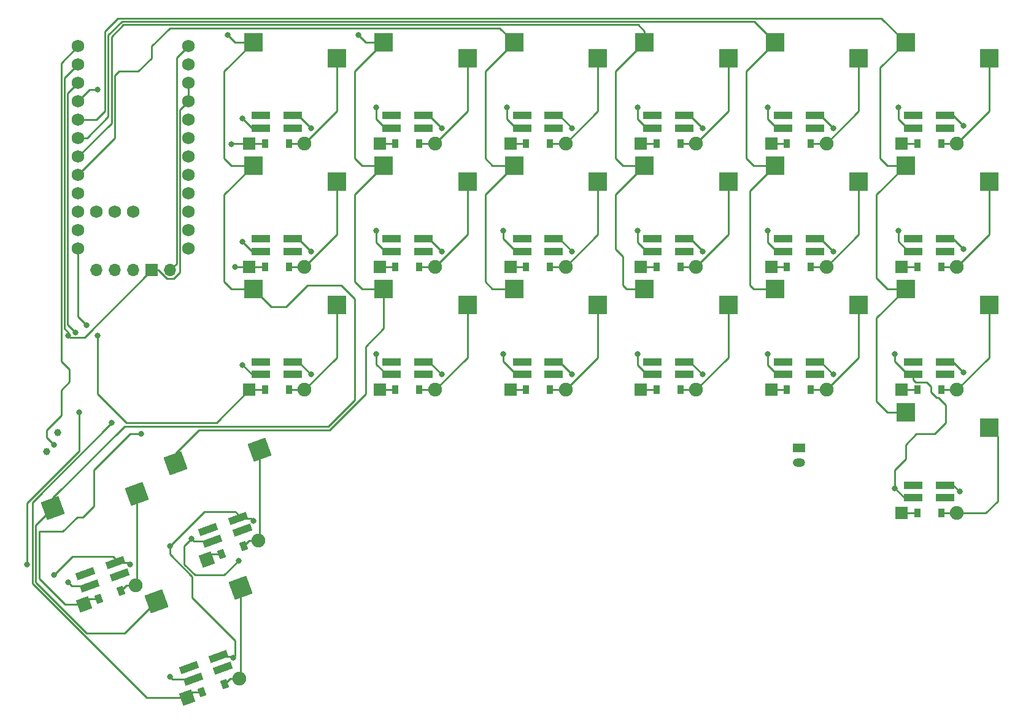
<source format=gbr>
%TF.GenerationSoftware,KiCad,Pcbnew,8.0.5*%
%TF.CreationDate,2024-09-15T18:22:06-04:00*%
%TF.ProjectId,theguy2,74686567-7579-4322-9e6b-696361645f70,v1.0.0*%
%TF.SameCoordinates,Original*%
%TF.FileFunction,Copper,L2,Bot*%
%TF.FilePolarity,Positive*%
%FSLAX46Y46*%
G04 Gerber Fmt 4.6, Leading zero omitted, Abs format (unit mm)*
G04 Created by KiCad (PCBNEW 8.0.5) date 2024-09-15 18:22:06*
%MOMM*%
%LPD*%
G01*
G04 APERTURE LIST*
G04 Aperture macros list*
%AMRotRect*
0 Rectangle, with rotation*
0 The origin of the aperture is its center*
0 $1 length*
0 $2 width*
0 $3 Rotation angle, in degrees counterclockwise*
0 Add horizontal line*
21,1,$1,$2,0,0,$3*%
G04 Aperture macros list end*
%TA.AperFunction,WasherPad*%
%ADD10C,1.000000*%
%TD*%
%TA.AperFunction,SMDPad,CuDef*%
%ADD11R,2.600000X1.000000*%
%TD*%
%TA.AperFunction,SMDPad,CuDef*%
%ADD12R,2.600000X2.600000*%
%TD*%
%TA.AperFunction,ComponentPad*%
%ADD13C,1.752600*%
%TD*%
%TA.AperFunction,ComponentPad*%
%ADD14R,1.778000X1.778000*%
%TD*%
%TA.AperFunction,SMDPad,CuDef*%
%ADD15R,0.900000X1.200000*%
%TD*%
%TA.AperFunction,ComponentPad*%
%ADD16C,1.905000*%
%TD*%
%TA.AperFunction,SMDPad,CuDef*%
%ADD17RotRect,2.600000X2.600000X20.000000*%
%TD*%
%TA.AperFunction,ComponentPad*%
%ADD18RotRect,1.778000X1.778000X20.000000*%
%TD*%
%TA.AperFunction,SMDPad,CuDef*%
%ADD19RotRect,0.900000X1.200000X20.000000*%
%TD*%
%TA.AperFunction,ComponentPad*%
%ADD20R,1.700000X1.200000*%
%TD*%
%TA.AperFunction,ComponentPad*%
%ADD21O,1.700000X1.200000*%
%TD*%
%TA.AperFunction,ComponentPad*%
%ADD22O,1.700000X1.700000*%
%TD*%
%TA.AperFunction,ComponentPad*%
%ADD23R,1.700000X1.700000*%
%TD*%
%TA.AperFunction,SMDPad,CuDef*%
%ADD24RotRect,2.600000X1.000000X20.000000*%
%TD*%
%TA.AperFunction,ViaPad*%
%ADD25C,0.800000*%
%TD*%
%TA.AperFunction,Conductor*%
%ADD26C,0.250000*%
%TD*%
G04 APERTURE END LIST*
D10*
%TO.P,T1,*%
%TO.N,*%
X177025000Y-105449038D03*
X178525000Y-102850962D03*
%TD*%
D11*
%TO.P,LED4,1*%
%TO.N,VCC*%
X296575000Y-111825000D03*
%TO.P,LED4,2*%
%TO.N,N/C*%
X296575000Y-110075000D03*
%TO.P,LED4,3*%
%TO.N,GND*%
X300975000Y-110075000D03*
%TO.P,LED4,4*%
%TO.N,N/C*%
X300975000Y-111825000D03*
%TD*%
%TO.P,LED8,1*%
%TO.N,VCC*%
X278575000Y-94825000D03*
%TO.P,LED8,2*%
%TO.N,N/C*%
X278575000Y-93075000D03*
%TO.P,LED8,3*%
%TO.N,GND*%
X282975000Y-93075000D03*
%TO.P,LED8,4*%
%TO.N,N/C*%
X282975000Y-94825000D03*
%TD*%
D12*
%TO.P,S17,1*%
%TO.N,P113*%
X223500000Y-83000000D03*
%TO.P,S17,2*%
%TO.N,mirror_index_bottom*%
X235050000Y-85200000D03*
%TD*%
%TO.P,S14,1*%
%TO.N,P115*%
X241500000Y-83000000D03*
%TO.P,S14,2*%
%TO.N,mirror_middle_bottom*%
X253050000Y-85200000D03*
%TD*%
D13*
%TO.P,MCU1,1*%
%TO.N,P006*%
X196595000Y-49480000D03*
%TO.P,MCU1,2*%
%TO.N,P008*%
X196595000Y-52020000D03*
%TO.P,MCU1,3*%
%TO.N,GND*%
X196595000Y-54560000D03*
%TO.P,MCU1,4*%
X196595000Y-57100000D03*
%TO.P,MCU1,5*%
%TO.N,P017*%
X196595000Y-59640000D03*
%TO.P,MCU1,6*%
%TO.N,P020*%
X196595000Y-62180000D03*
%TO.P,MCU1,7*%
%TO.N,P022*%
X196595000Y-64720000D03*
%TO.P,MCU1,8*%
%TO.N,P024*%
X196595000Y-67260000D03*
%TO.P,MCU1,9*%
%TO.N,P100*%
X196595000Y-69800000D03*
%TO.P,MCU1,10*%
%TO.N,P011*%
X196595000Y-72340000D03*
%TO.P,MCU1,11*%
%TO.N,P104*%
X196595000Y-74880000D03*
%TO.P,MCU1,12*%
%TO.N,P106*%
X196595000Y-77420000D03*
%TO.P,MCU1,13*%
%TO.N,P009*%
X181355000Y-77420000D03*
%TO.P,MCU1,14*%
%TO.N,P010*%
X181355000Y-74880000D03*
%TO.P,MCU1,15*%
%TO.N,P111*%
X181355000Y-72340000D03*
%TO.P,MCU1,16*%
%TO.N,P113*%
X181355000Y-69800000D03*
%TO.P,MCU1,17*%
%TO.N,P115*%
X181355000Y-67260000D03*
%TO.P,MCU1,18*%
%TO.N,P002*%
X181355000Y-64720000D03*
%TO.P,MCU1,19*%
%TO.N,P029*%
X181355000Y-62180000D03*
%TO.P,MCU1,20*%
%TO.N,P031*%
X181355000Y-59640000D03*
%TO.P,MCU1,21*%
%TO.N,VCC*%
X181355000Y-57100000D03*
%TO.P,MCU1,22*%
%TO.N,RST*%
X181355000Y-54560000D03*
%TO.P,MCU1,23*%
%TO.N,GND*%
X181355000Y-52020000D03*
%TO.P,MCU1,24*%
%TO.N,RAW*%
X181355000Y-49480000D03*
%TO.P,MCU1,31*%
%TO.N,P101*%
X183895000Y-72340000D03*
%TO.P,MCU1,32*%
%TO.N,P102*%
X186435000Y-72340000D03*
%TO.P,MCU1,33*%
%TO.N,P107*%
X188975000Y-72340000D03*
%TD*%
D11*
%TO.P,LED17,1*%
%TO.N,VCC*%
X224575000Y-94825000D03*
%TO.P,LED17,2*%
%TO.N,N/C*%
X224575000Y-93075000D03*
%TO.P,LED17,3*%
%TO.N,GND*%
X228975000Y-93075000D03*
%TO.P,LED17,4*%
%TO.N,N/C*%
X228975000Y-94825000D03*
%TD*%
D14*
%TO.P,D6,1*%
%TO.N,P106*%
X294965000Y-79950000D03*
D15*
X297125000Y-79950000D03*
%TO.P,D6,2*%
%TO.N,mirror_hell_home*%
X300425000Y-79950000D03*
D16*
X302585000Y-79950000D03*
%TD*%
D11*
%TO.P,LED6,1*%
%TO.N,VCC*%
X296575000Y-77825000D03*
%TO.P,LED6,2*%
%TO.N,N/C*%
X296575000Y-76075000D03*
%TO.P,LED6,3*%
%TO.N,GND*%
X300975000Y-76075000D03*
%TO.P,LED6,4*%
%TO.N,N/C*%
X300975000Y-77825000D03*
%TD*%
D12*
%TO.P,S11,1*%
%TO.N,P002*%
X259500000Y-83000000D03*
%TO.P,S11,2*%
%TO.N,mirror_ring_bottom*%
X271050000Y-85200000D03*
%TD*%
%TO.P,S13,1*%
%TO.N,P002*%
X259500000Y-49000000D03*
%TO.P,S13,2*%
%TO.N,mirror_ring_top*%
X271050000Y-51200000D03*
%TD*%
D11*
%TO.P,LED10,1*%
%TO.N,VCC*%
X278575000Y-60825000D03*
%TO.P,LED10,2*%
%TO.N,N/C*%
X278575000Y-59075000D03*
%TO.P,LED10,3*%
%TO.N,GND*%
X282975000Y-59075000D03*
%TO.P,LED10,4*%
%TO.N,N/C*%
X282975000Y-60825000D03*
%TD*%
%TO.P,LED5,1*%
%TO.N,VCC*%
X296575000Y-94825000D03*
%TO.P,LED5,2*%
%TO.N,N/C*%
X296575000Y-93075000D03*
%TO.P,LED5,3*%
%TO.N,GND*%
X300975000Y-93075000D03*
%TO.P,LED5,4*%
%TO.N,N/C*%
X300975000Y-94825000D03*
%TD*%
D14*
%TO.P,D11,1*%
%TO.N,P009*%
X258965000Y-96950000D03*
D15*
X261125000Y-96950000D03*
%TO.P,D11,2*%
%TO.N,mirror_ring_bottom*%
X264425000Y-96950000D03*
D16*
X266585000Y-96950000D03*
%TD*%
D11*
%TO.P,LED15,1*%
%TO.N,VCC*%
X242575000Y-77825000D03*
%TO.P,LED15,2*%
%TO.N,N/C*%
X242575000Y-76075000D03*
%TO.P,LED15,3*%
%TO.N,GND*%
X246975000Y-76075000D03*
%TO.P,LED15,4*%
%TO.N,N/C*%
X246975000Y-77825000D03*
%TD*%
D14*
%TO.P,D7,1*%
%TO.N,P104*%
X294965000Y-62950000D03*
D15*
X297125000Y-62950000D03*
%TO.P,D7,2*%
%TO.N,mirror_hell_top*%
X300425000Y-62950000D03*
D16*
X302585000Y-62950000D03*
%TD*%
D17*
%TO.P,S23,1*%
%TO.N,P113*%
X194790979Y-107070992D03*
%TO.P,S23,2*%
%TO.N,mirror_layer_cluster*%
X206396873Y-105187983D03*
%TD*%
D14*
%TO.P,D12,1*%
%TO.N,P106*%
X258965000Y-79950000D03*
D15*
X261125000Y-79950000D03*
%TO.P,D12,2*%
%TO.N,mirror_ring_home*%
X264425000Y-79950000D03*
D16*
X266585000Y-79950000D03*
%TD*%
D11*
%TO.P,LED14,1*%
%TO.N,VCC*%
X242575000Y-94825000D03*
%TO.P,LED14,2*%
%TO.N,N/C*%
X242575000Y-93075000D03*
%TO.P,LED14,3*%
%TO.N,GND*%
X246975000Y-93075000D03*
%TO.P,LED14,4*%
%TO.N,N/C*%
X246975000Y-94825000D03*
%TD*%
D14*
%TO.P,D8,1*%
%TO.N,P009*%
X276965000Y-96950000D03*
D15*
X279125000Y-96950000D03*
%TO.P,D8,2*%
%TO.N,mirror_pinky_bottom*%
X282425000Y-96950000D03*
D16*
X284585000Y-96950000D03*
%TD*%
D14*
%TO.P,D13,1*%
%TO.N,P104*%
X258965000Y-62950000D03*
D15*
X261125000Y-62950000D03*
%TO.P,D13,2*%
%TO.N,mirror_ring_top*%
X264425000Y-62950000D03*
D16*
X266585000Y-62950000D03*
%TD*%
D14*
%TO.P,D19,1*%
%TO.N,P104*%
X222965000Y-62950000D03*
D15*
X225125000Y-62950000D03*
%TO.P,D19,2*%
%TO.N,mirror_index_top*%
X228425000Y-62950000D03*
D16*
X230585000Y-62950000D03*
%TD*%
D11*
%TO.P,LED18,1*%
%TO.N,VCC*%
X224575000Y-77825000D03*
%TO.P,LED18,2*%
%TO.N,N/C*%
X224575000Y-76075000D03*
%TO.P,LED18,3*%
%TO.N,GND*%
X228975000Y-76075000D03*
%TO.P,LED18,4*%
%TO.N,N/C*%
X228975000Y-77825000D03*
%TD*%
D12*
%TO.P,S15,1*%
%TO.N,P115*%
X241500000Y-66000000D03*
%TO.P,S15,2*%
%TO.N,mirror_middle_home*%
X253050000Y-68200000D03*
%TD*%
D14*
%TO.P,D17,1*%
%TO.N,P009*%
X222965000Y-96950000D03*
D15*
X225125000Y-96950000D03*
%TO.P,D17,2*%
%TO.N,mirror_index_bottom*%
X228425000Y-96950000D03*
D16*
X230585000Y-96950000D03*
%TD*%
D11*
%TO.P,LED21,1*%
%TO.N,VCC*%
X206575000Y-77825000D03*
%TO.P,LED21,2*%
%TO.N,N/C*%
X206575000Y-76075000D03*
%TO.P,LED21,3*%
%TO.N,GND*%
X210975000Y-76075000D03*
%TO.P,LED21,4*%
%TO.N,N/C*%
X210975000Y-77825000D03*
%TD*%
D14*
%TO.P,D5,1*%
%TO.N,P009*%
X294965000Y-96950000D03*
D15*
X297125000Y-96950000D03*
%TO.P,D5,2*%
%TO.N,mirror_hell_bottom*%
X300425000Y-96950000D03*
D16*
X302585000Y-96950000D03*
%TD*%
D12*
%TO.P,S20,1*%
%TO.N,P111*%
X205500000Y-83000000D03*
%TO.P,S20,2*%
%TO.N,mirror_inner_bottom*%
X217050000Y-85200000D03*
%TD*%
D14*
%TO.P,D20,1*%
%TO.N,P009*%
X204965000Y-96950000D03*
D15*
X207125000Y-96950000D03*
%TO.P,D20,2*%
%TO.N,mirror_inner_bottom*%
X210425000Y-96950000D03*
D16*
X212585000Y-96950000D03*
%TD*%
D11*
%TO.P,LED19,1*%
%TO.N,VCC*%
X224575000Y-60825000D03*
%TO.P,LED19,2*%
%TO.N,N/C*%
X224575000Y-59075000D03*
%TO.P,LED19,3*%
%TO.N,GND*%
X228975000Y-59075000D03*
%TO.P,LED19,4*%
%TO.N,N/C*%
X228975000Y-60825000D03*
%TD*%
D14*
%TO.P,D10,1*%
%TO.N,P104*%
X276965000Y-62950000D03*
D15*
X279125000Y-62950000D03*
%TO.P,D10,2*%
%TO.N,mirror_pinky_top*%
X282425000Y-62950000D03*
D16*
X284585000Y-62950000D03*
%TD*%
D12*
%TO.P,S16,1*%
%TO.N,P115*%
X241500000Y-49000000D03*
%TO.P,S16,2*%
%TO.N,mirror_middle_top*%
X253050000Y-51200000D03*
%TD*%
D18*
%TO.P,D25,1*%
%TO.N,P011*%
X196416533Y-139415640D03*
D19*
X198446269Y-138676876D03*
%TO.P,D25,2*%
%TO.N,mirror_extra_cluster*%
X201547255Y-137548210D03*
D16*
X203576991Y-136809446D03*
%TD*%
D17*
%TO.P,S24,1*%
%TO.N,P111*%
X177876512Y-113227354D03*
%TO.P,S24,2*%
%TO.N,mirror_space_cluster*%
X189482406Y-111344345D03*
%TD*%
D11*
%TO.P,LED9,1*%
%TO.N,VCC*%
X278575000Y-77825000D03*
%TO.P,LED9,2*%
%TO.N,N/C*%
X278575000Y-76075000D03*
%TO.P,LED9,3*%
%TO.N,GND*%
X282975000Y-76075000D03*
%TO.P,LED9,4*%
%TO.N,N/C*%
X282975000Y-77825000D03*
%TD*%
D20*
%TO.P,JST1,1*%
%TO.N,pos*%
X280775000Y-104950000D03*
D21*
%TO.P,JST1,2*%
%TO.N,GND*%
X280775000Y-106950000D03*
%TD*%
D12*
%TO.P,S8,1*%
%TO.N,P029*%
X277500000Y-83000000D03*
%TO.P,S8,2*%
%TO.N,mirror_pinky_bottom*%
X289050000Y-85200000D03*
%TD*%
D11*
%TO.P,LED22,1*%
%TO.N,VCC*%
X206575000Y-60825000D03*
%TO.P,LED22,2*%
%TO.N,N/C*%
X206575000Y-59075000D03*
%TO.P,LED22,3*%
%TO.N,GND*%
X210975000Y-59075000D03*
%TO.P,LED22,4*%
%TO.N,N/C*%
X210975000Y-60825000D03*
%TD*%
D12*
%TO.P,S7,1*%
%TO.N,P031*%
X295500000Y-49000000D03*
%TO.P,S7,2*%
%TO.N,mirror_hell_top*%
X307050000Y-51200000D03*
%TD*%
D14*
%TO.P,D4,1*%
%TO.N,P010*%
X294965000Y-113950000D03*
D15*
X297125000Y-113950000D03*
%TO.P,D4,2*%
%TO.N,mirror_hell_last*%
X300425000Y-113950000D03*
D16*
X302585000Y-113950000D03*
%TD*%
D12*
%TO.P,S21,1*%
%TO.N,P111*%
X205500000Y-66000000D03*
%TO.P,S21,2*%
%TO.N,mirror_inner_home*%
X217050000Y-68200000D03*
%TD*%
D14*
%TO.P,D15,1*%
%TO.N,P106*%
X240965000Y-79950000D03*
D15*
X243125000Y-79950000D03*
%TO.P,D15,2*%
%TO.N,mirror_middle_home*%
X246425000Y-79950000D03*
D16*
X248585000Y-79950000D03*
%TD*%
D17*
%TO.P,S25,1*%
%TO.N,P111*%
X192148088Y-126123947D03*
%TO.P,S25,2*%
%TO.N,mirror_extra_cluster*%
X203753982Y-124240938D03*
%TD*%
D12*
%TO.P,S6,1*%
%TO.N,P031*%
X295500000Y-66000000D03*
%TO.P,S6,2*%
%TO.N,mirror_hell_home*%
X307050000Y-68200000D03*
%TD*%
D14*
%TO.P,D18,1*%
%TO.N,P106*%
X222965000Y-79950000D03*
D15*
X225125000Y-79950000D03*
%TO.P,D18,2*%
%TO.N,mirror_index_home*%
X228425000Y-79950000D03*
D16*
X230585000Y-79950000D03*
%TD*%
D14*
%TO.P,D21,1*%
%TO.N,P106*%
X204965000Y-79950000D03*
D15*
X207125000Y-79950000D03*
%TO.P,D21,2*%
%TO.N,mirror_inner_home*%
X210425000Y-79950000D03*
D16*
X212585000Y-79950000D03*
%TD*%
D12*
%TO.P,S10,1*%
%TO.N,P029*%
X277500000Y-49000000D03*
%TO.P,S10,2*%
%TO.N,mirror_pinky_top*%
X289050000Y-51200000D03*
%TD*%
%TO.P,S5,1*%
%TO.N,P031*%
X295500000Y-83000000D03*
%TO.P,S5,2*%
%TO.N,mirror_hell_bottom*%
X307050000Y-85200000D03*
%TD*%
D18*
%TO.P,D23,1*%
%TO.N,P010*%
X199059424Y-120362684D03*
D19*
X201089160Y-119623920D03*
%TO.P,D23,2*%
%TO.N,mirror_layer_cluster*%
X204190146Y-118495254D03*
D16*
X206219882Y-117756490D03*
%TD*%
D11*
%TO.P,LED13,1*%
%TO.N,VCC*%
X260575000Y-60825000D03*
%TO.P,LED13,2*%
%TO.N,N/C*%
X260575000Y-59075000D03*
%TO.P,LED13,3*%
%TO.N,GND*%
X264975000Y-59075000D03*
%TO.P,LED13,4*%
%TO.N,N/C*%
X264975000Y-60825000D03*
%TD*%
D22*
%TO.P,niceView1,1*%
%TO.N,P006*%
X194055000Y-80425000D03*
D23*
%TO.P,niceView1,2*%
%TO.N,GND*%
X191515000Y-80425000D03*
D22*
%TO.P,niceView1,3*%
%TO.N,VCC*%
X188975000Y-80425000D03*
%TO.P,niceView1,4*%
%TO.N,P020*%
X186435000Y-80425000D03*
%TO.P,niceView1,5*%
%TO.N,P017*%
X183895000Y-80425000D03*
%TD*%
D14*
%TO.P,D14,1*%
%TO.N,P009*%
X240965000Y-96950000D03*
D15*
X243125000Y-96950000D03*
%TO.P,D14,2*%
%TO.N,mirror_middle_bottom*%
X246425000Y-96950000D03*
D16*
X248585000Y-96950000D03*
%TD*%
D14*
%TO.P,D16,1*%
%TO.N,P104*%
X240965000Y-62950000D03*
D15*
X243125000Y-62950000D03*
%TO.P,D16,2*%
%TO.N,mirror_middle_top*%
X246425000Y-62950000D03*
D16*
X248585000Y-62950000D03*
%TD*%
D11*
%TO.P,LED11,1*%
%TO.N,VCC*%
X260575000Y-94825000D03*
%TO.P,LED11,2*%
%TO.N,N/C*%
X260575000Y-93075000D03*
%TO.P,LED11,3*%
%TO.N,GND*%
X264975000Y-93075000D03*
%TO.P,LED11,4*%
%TO.N,N/C*%
X264975000Y-94825000D03*
%TD*%
D24*
%TO.P,LED24,1*%
%TO.N,VCC*%
X182931070Y-123971547D03*
%TO.P,LED24,2*%
%TO.N,N/C*%
X182332535Y-122327085D03*
%TO.P,LED24,3*%
%TO.N,GND*%
X186467182Y-120822197D03*
%TO.P,LED24,4*%
%TO.N,N/C*%
X187065717Y-122466659D03*
%TD*%
D12*
%TO.P,S22,1*%
%TO.N,P111*%
X205500000Y-49000000D03*
%TO.P,S22,2*%
%TO.N,mirror_inner_top*%
X217050000Y-51200000D03*
%TD*%
D24*
%TO.P,LED23,1*%
%TO.N,VCC*%
X199845537Y-117815185D03*
%TO.P,LED23,2*%
%TO.N,N/C*%
X199247002Y-116170723D03*
%TO.P,LED23,3*%
%TO.N,GND*%
X203381649Y-114665835D03*
%TO.P,LED23,4*%
%TO.N,N/C*%
X203980184Y-116310297D03*
%TD*%
D11*
%TO.P,LED12,1*%
%TO.N,VCC*%
X260575000Y-77825000D03*
%TO.P,LED12,2*%
%TO.N,N/C*%
X260575000Y-76075000D03*
%TO.P,LED12,3*%
%TO.N,GND*%
X264975000Y-76075000D03*
%TO.P,LED12,4*%
%TO.N,N/C*%
X264975000Y-77825000D03*
%TD*%
%TO.P,LED20,1*%
%TO.N,VCC*%
X206575000Y-94825000D03*
%TO.P,LED20,2*%
%TO.N,N/C*%
X206575000Y-93075000D03*
%TO.P,LED20,3*%
%TO.N,GND*%
X210975000Y-93075000D03*
%TO.P,LED20,4*%
%TO.N,N/C*%
X210975000Y-94825000D03*
%TD*%
D12*
%TO.P,S18,1*%
%TO.N,P113*%
X223500000Y-66000000D03*
%TO.P,S18,2*%
%TO.N,mirror_index_home*%
X235050000Y-68200000D03*
%TD*%
%TO.P,S4,1*%
%TO.N,P031*%
X295500000Y-100000000D03*
%TO.P,S4,2*%
%TO.N,mirror_hell_last*%
X307050000Y-102200000D03*
%TD*%
D14*
%TO.P,D22,1*%
%TO.N,P104*%
X204965000Y-62950000D03*
D15*
X207125000Y-62950000D03*
%TO.P,D22,2*%
%TO.N,mirror_inner_top*%
X210425000Y-62950000D03*
D16*
X212585000Y-62950000D03*
%TD*%
D24*
%TO.P,LED25,1*%
%TO.N,VCC*%
X197202646Y-136868140D03*
%TO.P,LED25,2*%
%TO.N,N/C*%
X196604111Y-135223678D03*
%TO.P,LED25,3*%
%TO.N,GND*%
X200738758Y-133718790D03*
%TO.P,LED25,4*%
%TO.N,N/C*%
X201337293Y-135363252D03*
%TD*%
D18*
%TO.P,D24,1*%
%TO.N,P010*%
X182144957Y-126519047D03*
D19*
X184174693Y-125780283D03*
%TO.P,D24,2*%
%TO.N,mirror_space_cluster*%
X187275679Y-124651617D03*
D16*
X189305415Y-123912853D03*
%TD*%
D11*
%TO.P,LED7,1*%
%TO.N,VCC*%
X296575000Y-60825000D03*
%TO.P,LED7,2*%
%TO.N,N/C*%
X296575000Y-59075000D03*
%TO.P,LED7,3*%
%TO.N,GND*%
X300975000Y-59075000D03*
%TO.P,LED7,4*%
%TO.N,N/C*%
X300975000Y-60825000D03*
%TD*%
D12*
%TO.P,S9,1*%
%TO.N,P029*%
X277500000Y-66000000D03*
%TO.P,S9,2*%
%TO.N,mirror_pinky_home*%
X289050000Y-68200000D03*
%TD*%
D14*
%TO.P,D9,1*%
%TO.N,P106*%
X276965000Y-79950000D03*
D15*
X279125000Y-79950000D03*
%TO.P,D9,2*%
%TO.N,mirror_pinky_home*%
X282425000Y-79950000D03*
D16*
X284585000Y-79950000D03*
%TD*%
D11*
%TO.P,LED16,1*%
%TO.N,VCC*%
X242575000Y-60825000D03*
%TO.P,LED16,2*%
%TO.N,N/C*%
X242575000Y-59075000D03*
%TO.P,LED16,3*%
%TO.N,GND*%
X246975000Y-59075000D03*
%TO.P,LED16,4*%
%TO.N,N/C*%
X246975000Y-60825000D03*
%TD*%
D12*
%TO.P,S12,1*%
%TO.N,P002*%
X259500000Y-66000000D03*
%TO.P,S12,2*%
%TO.N,mirror_ring_home*%
X271050000Y-68200000D03*
%TD*%
%TO.P,S19,1*%
%TO.N,P113*%
X223500000Y-49000000D03*
%TO.P,S19,2*%
%TO.N,mirror_index_top*%
X235050000Y-51200000D03*
%TD*%
D25*
%TO.N,P113*%
X220000000Y-48000000D03*
%TO.N,P111*%
X202000000Y-48000000D03*
%TO.N,VCC*%
X276500000Y-75000000D03*
X184000000Y-55500000D03*
X204000000Y-59500000D03*
X222500000Y-75000000D03*
X294500000Y-75000000D03*
X203500000Y-120500000D03*
X258500000Y-58000000D03*
X294500000Y-58000000D03*
X294000000Y-110500000D03*
X194000000Y-136500000D03*
X204000000Y-93500000D03*
X276500000Y-92000000D03*
X258500000Y-75000000D03*
X197000000Y-117500000D03*
X180000000Y-123500000D03*
X222500000Y-92000000D03*
X204000000Y-76500000D03*
X240000000Y-92000000D03*
X240500000Y-58000000D03*
X294000000Y-92000000D03*
X276500000Y-58000000D03*
X240000000Y-75000000D03*
X222500000Y-58000000D03*
X258500000Y-92000000D03*
%TO.N,GND*%
X231500000Y-94825000D03*
X303500000Y-77500000D03*
X285500000Y-94825000D03*
X181500000Y-100000000D03*
X303500000Y-94500000D03*
X267500000Y-94825000D03*
X178000000Y-122500000D03*
X231500000Y-60825000D03*
X188500000Y-121000000D03*
X205500000Y-115000000D03*
X213500000Y-94825000D03*
X213500000Y-77825000D03*
X267500000Y-77825000D03*
X303500000Y-60500000D03*
X213500000Y-60825000D03*
X285500000Y-77825000D03*
X249500000Y-60825000D03*
X180000000Y-89500000D03*
X194000000Y-118500000D03*
X174325000Y-121000000D03*
X249500000Y-77825000D03*
X267500000Y-60825000D03*
X285500000Y-60825000D03*
X303000000Y-111000000D03*
X249500000Y-94825000D03*
X202715521Y-133946133D03*
X231500000Y-77825000D03*
%TO.N,P010*%
X190000000Y-103000000D03*
%TO.N,P011*%
X186000000Y-101500000D03*
%TO.N,P009*%
X184000000Y-89500000D03*
X182512653Y-87987347D03*
%TO.N,P106*%
X203000000Y-80000000D03*
%TO.N,P104*%
X202500000Y-63000000D03*
%TO.N,RAW*%
X178000000Y-104500000D03*
%TO.N,RST*%
X181000000Y-89000000D03*
%TD*%
D26*
%TO.N,P113*%
X221000000Y-90958684D02*
X223500000Y-88458684D01*
X194790979Y-105687561D02*
X197978540Y-102500000D01*
X219500000Y-82000000D02*
X220500000Y-83000000D01*
X219500000Y-53000000D02*
X219500000Y-65000000D01*
X219500000Y-65000000D02*
X220500000Y-66000000D01*
X223500000Y-49000000D02*
X219500000Y-53000000D01*
X220500000Y-66000000D02*
X223500000Y-66000000D01*
X223500000Y-66000000D02*
X219500000Y-70000000D01*
X221000000Y-97500000D02*
X221000000Y-90958684D01*
X194790979Y-107070992D02*
X194790979Y-105687561D01*
X216000000Y-102500000D02*
X221000000Y-97500000D01*
X220500000Y-83000000D02*
X223500000Y-83000000D01*
X223500000Y-88458684D02*
X223500000Y-83000000D01*
X197978540Y-102500000D02*
X216000000Y-102500000D01*
X221000000Y-49000000D02*
X223500000Y-49000000D01*
X219500000Y-70000000D02*
X219500000Y-82000000D01*
X220000000Y-48000000D02*
X221000000Y-49000000D01*
%TO.N,P111*%
X205500000Y-66000000D02*
X201500000Y-70000000D01*
X205500000Y-49000000D02*
X201500000Y-53000000D01*
X175500000Y-115603866D02*
X175500000Y-123500000D01*
X215863604Y-102000000D02*
X219500000Y-98363604D01*
X175500000Y-123500000D02*
X182500000Y-130500000D01*
X187720435Y-102000000D02*
X215863604Y-102000000D01*
X202500000Y-66000000D02*
X205500000Y-66000000D01*
X201500000Y-65000000D02*
X202500000Y-66000000D01*
X187772035Y-130500000D02*
X192148088Y-126123947D01*
X177876512Y-111843923D02*
X187720435Y-102000000D01*
X217600000Y-82500000D02*
X213000000Y-82500000D01*
X202000000Y-48000000D02*
X203000000Y-49000000D01*
X201500000Y-53000000D02*
X201500000Y-65000000D01*
X182500000Y-130500000D02*
X187772035Y-130500000D01*
X177876512Y-113227354D02*
X175500000Y-115603866D01*
X203000000Y-49000000D02*
X205500000Y-49000000D01*
X219500000Y-84400000D02*
X217600000Y-82500000D01*
X202500000Y-83000000D02*
X205500000Y-83000000D01*
X201500000Y-82000000D02*
X202500000Y-83000000D01*
X213000000Y-82500000D02*
X210000000Y-85500000D01*
X201500000Y-70000000D02*
X201500000Y-82000000D01*
X177876512Y-113227354D02*
X177876512Y-111843923D01*
X208000000Y-85500000D02*
X205500000Y-83000000D01*
X210000000Y-85500000D02*
X208000000Y-85500000D01*
X219500000Y-98363604D02*
X219500000Y-84400000D01*
%TO.N,P031*%
X295500000Y-49000000D02*
X292000000Y-52500000D01*
X185000000Y-58500000D02*
X185000000Y-47500000D01*
X291500000Y-87000000D02*
X291500000Y-98500000D01*
X291500000Y-81500000D02*
X293000000Y-83000000D01*
X292000000Y-65000000D02*
X293000000Y-66000000D01*
X293000000Y-100000000D02*
X295500000Y-100000000D01*
X291500000Y-98500000D02*
X293000000Y-100000000D01*
X291500000Y-70000000D02*
X291500000Y-81500000D01*
X293000000Y-66000000D02*
X295500000Y-66000000D01*
X185000000Y-47500000D02*
X186850000Y-45650000D01*
X295500000Y-66000000D02*
X291500000Y-70000000D01*
X186850000Y-45650000D02*
X292150000Y-45650000D01*
X295500000Y-83000000D02*
X291500000Y-87000000D01*
X292000000Y-52500000D02*
X292000000Y-65000000D01*
X183860000Y-59640000D02*
X185000000Y-58500000D01*
X292150000Y-45650000D02*
X295500000Y-49000000D01*
X293000000Y-83000000D02*
X295500000Y-83000000D01*
X181355000Y-59640000D02*
X183860000Y-59640000D01*
%TO.N,mirror_hell_last*%
X308200000Y-112300000D02*
X306550000Y-113950000D01*
X300425000Y-113950000D02*
X302585000Y-113950000D01*
X307050000Y-102200000D02*
X308200000Y-103350000D01*
X308200000Y-103350000D02*
X308200000Y-112300000D01*
X306550000Y-113950000D02*
X302585000Y-113950000D01*
%TO.N,mirror_hell_bottom*%
X302585000Y-96950000D02*
X300425000Y-96950000D01*
X307050000Y-85200000D02*
X307050000Y-92485000D01*
X307050000Y-92485000D02*
X302585000Y-96950000D01*
%TO.N,mirror_hell_home*%
X307050000Y-75485000D02*
X302585000Y-79950000D01*
X300425000Y-79950000D02*
X302585000Y-79950000D01*
X307050000Y-68200000D02*
X307050000Y-75485000D01*
%TO.N,mirror_hell_top*%
X302585000Y-62950000D02*
X300425000Y-62950000D01*
X307050000Y-58485000D02*
X302585000Y-62950000D01*
X307050000Y-51200000D02*
X307050000Y-58485000D01*
%TO.N,P029*%
X277500000Y-66000000D02*
X274000000Y-69500000D01*
X274000000Y-69500000D02*
X274000000Y-82500000D01*
X277500000Y-49000000D02*
X273500000Y-53000000D01*
X181355000Y-62180000D02*
X182594275Y-62180000D01*
X273500000Y-65000000D02*
X274500000Y-66000000D01*
X274500000Y-83000000D02*
X277500000Y-83000000D01*
X185500000Y-59274275D02*
X185500000Y-48000000D01*
X274500000Y-66000000D02*
X277500000Y-66000000D01*
X187400000Y-46100000D02*
X274600000Y-46100000D01*
X185500000Y-48000000D02*
X187400000Y-46100000D01*
X273500000Y-53000000D02*
X273500000Y-65000000D01*
X274600000Y-46100000D02*
X277500000Y-49000000D01*
X182594275Y-62180000D02*
X185500000Y-59274275D01*
X274000000Y-82500000D02*
X274500000Y-83000000D01*
%TO.N,mirror_pinky_bottom*%
X284585000Y-96950000D02*
X282425000Y-96950000D01*
X289050000Y-92485000D02*
X284585000Y-96950000D01*
X289050000Y-85200000D02*
X289050000Y-92485000D01*
%TO.N,mirror_pinky_home*%
X289050000Y-75485000D02*
X284585000Y-79950000D01*
X282425000Y-79950000D02*
X284585000Y-79950000D01*
X289050000Y-68200000D02*
X289050000Y-75485000D01*
%TO.N,mirror_pinky_top*%
X289050000Y-58485000D02*
X284585000Y-62950000D01*
X289050000Y-51200000D02*
X289050000Y-58485000D01*
X282425000Y-62950000D02*
X284585000Y-62950000D01*
%TO.N,P002*%
X255500000Y-77500000D02*
X256500000Y-78500000D01*
X255500000Y-70000000D02*
X255500000Y-77500000D01*
X255500000Y-65000000D02*
X256500000Y-66000000D01*
X185950000Y-60125000D02*
X181355000Y-64720000D01*
X256500000Y-82500000D02*
X257000000Y-83000000D01*
X257000000Y-83000000D02*
X259500000Y-83000000D01*
X259500000Y-49000000D02*
X255500000Y-53000000D01*
X259500000Y-66000000D02*
X255500000Y-70000000D01*
X258600000Y-46550000D02*
X187586396Y-46550000D01*
X256500000Y-66000000D02*
X259500000Y-66000000D01*
X185950000Y-48186396D02*
X185950000Y-60125000D01*
X259500000Y-47450000D02*
X258600000Y-46550000D01*
X255500000Y-53000000D02*
X255500000Y-65000000D01*
X259500000Y-49000000D02*
X259500000Y-47450000D01*
X256500000Y-78500000D02*
X256500000Y-82500000D01*
X187586396Y-46550000D02*
X185950000Y-48186396D01*
%TO.N,mirror_ring_bottom*%
X271050000Y-92485000D02*
X266585000Y-96950000D01*
X266585000Y-96950000D02*
X264425000Y-96950000D01*
X271050000Y-85200000D02*
X271050000Y-92485000D01*
%TO.N,mirror_ring_home*%
X271050000Y-75485000D02*
X266585000Y-79950000D01*
X264425000Y-79950000D02*
X266585000Y-79950000D01*
X271050000Y-68200000D02*
X271050000Y-75485000D01*
%TO.N,mirror_ring_top*%
X271050000Y-58485000D02*
X266585000Y-62950000D01*
X271050000Y-51200000D02*
X271050000Y-58485000D01*
X264425000Y-62950000D02*
X266585000Y-62950000D01*
%TO.N,P115*%
X189654468Y-53000000D02*
X187000000Y-53000000D01*
X238500000Y-66000000D02*
X241500000Y-66000000D01*
X186400000Y-62215000D02*
X181355000Y-67260000D01*
X237500000Y-70000000D02*
X237500000Y-82000000D01*
X241500000Y-66000000D02*
X237500000Y-70000000D01*
X237500000Y-65000000D02*
X238500000Y-66000000D01*
X237500000Y-82000000D02*
X238500000Y-83000000D01*
X241500000Y-49000000D02*
X239500000Y-47000000D01*
X237500000Y-53000000D02*
X237500000Y-65000000D01*
X241500000Y-49000000D02*
X237500000Y-53000000D01*
X186400000Y-53600000D02*
X186400000Y-62215000D01*
X239500000Y-47000000D02*
X194000000Y-47000000D01*
X191500000Y-51154468D02*
X189654468Y-53000000D01*
X191500000Y-49500000D02*
X191500000Y-51154468D01*
X238500000Y-83000000D02*
X241500000Y-83000000D01*
X187000000Y-53000000D02*
X186400000Y-53600000D01*
X194000000Y-47000000D02*
X191500000Y-49500000D01*
%TO.N,mirror_middle_bottom*%
X248585000Y-96950000D02*
X246425000Y-96950000D01*
X253050000Y-85200000D02*
X253050000Y-92485000D01*
X253050000Y-92485000D02*
X248585000Y-96950000D01*
%TO.N,mirror_middle_home*%
X253050000Y-75485000D02*
X248585000Y-79950000D01*
X246425000Y-79950000D02*
X248585000Y-79950000D01*
X253050000Y-68200000D02*
X253050000Y-75485000D01*
%TO.N,mirror_middle_top*%
X248585000Y-62950000D02*
X246425000Y-62950000D01*
X253050000Y-51200000D02*
X253050000Y-58485000D01*
X253050000Y-58485000D02*
X248585000Y-62950000D01*
%TO.N,mirror_index_bottom*%
X235050000Y-85200000D02*
X235050000Y-92485000D01*
X235050000Y-92485000D02*
X230585000Y-96950000D01*
X230585000Y-96950000D02*
X228425000Y-96950000D01*
%TO.N,mirror_index_home*%
X235050000Y-68200000D02*
X235050000Y-75485000D01*
X230585000Y-79950000D02*
X228425000Y-79950000D01*
X235050000Y-75485000D02*
X230585000Y-79950000D01*
%TO.N,mirror_index_top*%
X235050000Y-58485000D02*
X230585000Y-62950000D01*
X230585000Y-62950000D02*
X228425000Y-62950000D01*
X235050000Y-51200000D02*
X235050000Y-58485000D01*
%TO.N,mirror_inner_bottom*%
X217050000Y-85200000D02*
X217050000Y-92485000D01*
X212585000Y-96950000D02*
X210425000Y-96950000D01*
X217050000Y-92485000D02*
X212585000Y-96950000D01*
%TO.N,mirror_inner_home*%
X217050000Y-68200000D02*
X217050000Y-75485000D01*
X210425000Y-79950000D02*
X212585000Y-79950000D01*
X217050000Y-75485000D02*
X212585000Y-79950000D01*
%TO.N,mirror_inner_top*%
X212585000Y-62950000D02*
X210425000Y-62950000D01*
X217050000Y-58485000D02*
X212585000Y-62950000D01*
X217050000Y-51200000D02*
X217050000Y-58485000D01*
%TO.N,mirror_layer_cluster*%
X206396873Y-105187983D02*
X206396873Y-117579499D01*
X206396873Y-117579499D02*
X206219882Y-117756490D01*
X206219882Y-117756490D02*
X204928910Y-117756490D01*
X204928910Y-117756490D02*
X204190146Y-118495254D01*
%TO.N,mirror_space_cluster*%
X189482406Y-123735862D02*
X189305415Y-123912853D01*
X189482406Y-111344345D02*
X189482406Y-123735862D01*
X189305415Y-123912853D02*
X188014443Y-123912853D01*
X188014443Y-123912853D02*
X187275679Y-124651617D01*
%TO.N,mirror_extra_cluster*%
X203753982Y-136632455D02*
X203576991Y-136809446D01*
X203753982Y-124240938D02*
X203753982Y-136632455D01*
X203576991Y-136809446D02*
X202286019Y-136809446D01*
X202286019Y-136809446D02*
X201547255Y-137548210D01*
%TO.N,VCC*%
X223775000Y-60825000D02*
X222500000Y-59550000D01*
X259775000Y-94825000D02*
X258500000Y-93550000D01*
X205325000Y-77825000D02*
X204000000Y-76500000D01*
X241775000Y-77825000D02*
X240000000Y-76050000D01*
X294500000Y-59550000D02*
X294500000Y-58000000D01*
X241775000Y-94825000D02*
X240000000Y-93050000D01*
X242575000Y-94825000D02*
X241775000Y-94825000D01*
X276500000Y-76550000D02*
X276500000Y-75000000D01*
X260575000Y-77825000D02*
X259775000Y-77825000D01*
X222500000Y-59550000D02*
X222500000Y-58000000D01*
X299500000Y-103000000D02*
X301000000Y-101500000D01*
X299000000Y-96500000D02*
X298400000Y-95900000D01*
X242575000Y-60825000D02*
X241775000Y-60825000D01*
X203500000Y-120500000D02*
X201500000Y-122500000D01*
X258500000Y-59550000D02*
X258500000Y-58000000D01*
X299000000Y-97225000D02*
X299000000Y-96500000D01*
X259775000Y-77825000D02*
X258500000Y-76550000D01*
X242575000Y-77825000D02*
X241775000Y-77825000D01*
X277775000Y-94825000D02*
X276500000Y-93550000D01*
X201500000Y-122500000D02*
X197500000Y-122500000D01*
X294000000Y-110500000D02*
X294000000Y-108000000D01*
X240000000Y-93050000D02*
X240000000Y-92000000D01*
X276500000Y-93550000D02*
X276500000Y-92000000D01*
X194368140Y-136868140D02*
X194000000Y-136500000D01*
X295775000Y-60825000D02*
X294500000Y-59550000D01*
X278575000Y-60825000D02*
X277775000Y-60825000D01*
X224575000Y-60825000D02*
X223775000Y-60825000D01*
X296575000Y-60825000D02*
X295775000Y-60825000D01*
X196000000Y-118500000D02*
X197000000Y-117500000D01*
X224575000Y-94825000D02*
X223875000Y-94825000D01*
X258500000Y-93550000D02*
X258500000Y-92000000D01*
X259775000Y-60825000D02*
X258500000Y-59550000D01*
X240000000Y-76050000D02*
X240000000Y-75000000D01*
X222500000Y-76550000D02*
X222500000Y-75000000D01*
X197500000Y-122500000D02*
X196000000Y-121000000D01*
X206575000Y-94825000D02*
X205325000Y-94825000D01*
X301000000Y-99000000D02*
X300000000Y-98000000D01*
X298400000Y-95900000D02*
X296900000Y-95900000D01*
X296575000Y-94825000D02*
X295775000Y-94825000D01*
X296575000Y-77825000D02*
X295875000Y-77825000D01*
X240500000Y-59550000D02*
X240500000Y-58000000D01*
X199845537Y-117815185D02*
X197315185Y-117815185D01*
X223875000Y-94825000D02*
X222500000Y-93450000D01*
X182931070Y-123971547D02*
X180471547Y-123971547D01*
X278575000Y-77825000D02*
X277775000Y-77825000D01*
X295875000Y-77825000D02*
X294500000Y-76450000D01*
X295775000Y-94825000D02*
X294000000Y-93050000D01*
X296575000Y-111825000D02*
X295325000Y-111825000D01*
X258500000Y-76550000D02*
X258500000Y-75000000D01*
X206575000Y-60825000D02*
X205325000Y-60825000D01*
X278575000Y-94825000D02*
X277775000Y-94825000D01*
X182955000Y-55500000D02*
X181355000Y-57100000D01*
X205325000Y-94825000D02*
X204000000Y-93500000D01*
X260575000Y-60825000D02*
X259775000Y-60825000D01*
X299775000Y-98000000D02*
X299000000Y-97225000D01*
X180471547Y-123971547D02*
X180000000Y-123500000D01*
X224575000Y-77825000D02*
X223775000Y-77825000D01*
X294500000Y-76450000D02*
X294500000Y-75000000D01*
X260575000Y-94825000D02*
X259775000Y-94825000D01*
X222500000Y-93450000D02*
X222500000Y-92000000D01*
X276500000Y-59550000D02*
X276500000Y-58000000D01*
X197202646Y-136868140D02*
X194368140Y-136868140D01*
X296575000Y-95575000D02*
X296575000Y-94825000D01*
X295500000Y-106500000D02*
X295500000Y-104500000D01*
X297000000Y-103000000D02*
X299500000Y-103000000D01*
X296900000Y-95900000D02*
X296575000Y-95575000D01*
X206575000Y-77825000D02*
X205325000Y-77825000D01*
X277775000Y-77825000D02*
X276500000Y-76550000D01*
X223775000Y-77825000D02*
X222500000Y-76550000D01*
X277775000Y-60825000D02*
X276500000Y-59550000D01*
X197315185Y-117815185D02*
X197000000Y-117500000D01*
X196000000Y-121000000D02*
X196000000Y-118500000D01*
X205325000Y-60825000D02*
X204000000Y-59500000D01*
X294000000Y-108000000D02*
X295500000Y-106500000D01*
X295500000Y-104500000D02*
X297000000Y-103000000D01*
X301000000Y-101500000D02*
X301000000Y-99000000D01*
X294000000Y-93050000D02*
X294000000Y-92000000D01*
X295325000Y-111825000D02*
X294000000Y-110500000D01*
X184000000Y-55500000D02*
X182955000Y-55500000D01*
X300000000Y-98000000D02*
X299775000Y-98000000D01*
X241775000Y-60825000D02*
X240500000Y-59550000D01*
%TO.N,GND*%
X210975000Y-59075000D02*
X211750000Y-59075000D01*
X179450000Y-53925000D02*
X181355000Y-52020000D01*
X203029143Y-113781240D02*
X203381649Y-114133746D01*
X264975000Y-93075000D02*
X265750000Y-93075000D01*
X191515000Y-80425000D02*
X192393299Y-80425000D01*
X179450000Y-88450000D02*
X179450000Y-53925000D01*
X174325000Y-112538604D02*
X174325000Y-121000000D01*
X180562398Y-119937602D02*
X186114676Y-119937602D01*
X300975000Y-93075000D02*
X302075000Y-93075000D01*
X228975000Y-76075000D02*
X229750000Y-76075000D01*
X180225000Y-89725000D02*
X180000000Y-89500000D01*
X302075000Y-76075000D02*
X303500000Y-77500000D01*
X267500000Y-77800000D02*
X267500000Y-77825000D01*
X300975000Y-59075000D02*
X302075000Y-59075000D01*
X178000000Y-122500000D02*
X180562398Y-119937602D01*
X247750000Y-93075000D02*
X249500000Y-94825000D01*
X300975000Y-76075000D02*
X302075000Y-76075000D01*
X194000000Y-118500000D02*
X198718760Y-113781240D01*
X211750000Y-76075000D02*
X213500000Y-77825000D01*
X247750000Y-59075000D02*
X249500000Y-60825000D01*
X200738758Y-133718790D02*
X202488178Y-133718790D01*
X192393299Y-80425000D02*
X193568299Y-81600000D01*
X246975000Y-59075000D02*
X247750000Y-59075000D01*
X197100581Y-122736977D02*
X194000000Y-119636396D01*
X180000000Y-89500000D02*
X180000000Y-89000000D01*
X203381649Y-114133746D02*
X203381649Y-114665835D01*
X182215000Y-89725000D02*
X180225000Y-89725000D01*
X211750000Y-59075000D02*
X213500000Y-60825000D01*
X197100581Y-125600581D02*
X197100581Y-122736977D01*
X247750000Y-76075000D02*
X249500000Y-77825000D01*
X229750000Y-93075000D02*
X231500000Y-94825000D01*
X194541701Y-81600000D02*
X195393700Y-80748001D01*
X186467182Y-120290108D02*
X186467182Y-120822197D01*
X302075000Y-110075000D02*
X303000000Y-111000000D01*
X186114676Y-119937602D02*
X186467182Y-120290108D01*
X211750000Y-93075000D02*
X213500000Y-94825000D01*
X194000000Y-119636396D02*
X194000000Y-118500000D01*
X202715521Y-133946133D02*
X203000000Y-133661654D01*
X195393700Y-58301300D02*
X196595000Y-57100000D01*
X283750000Y-76075000D02*
X285500000Y-77825000D01*
X186467182Y-120822197D02*
X188322197Y-120822197D01*
X300975000Y-110075000D02*
X302075000Y-110075000D01*
X210975000Y-76075000D02*
X211750000Y-76075000D01*
X246975000Y-93075000D02*
X247750000Y-93075000D01*
X196595000Y-57100000D02*
X196595000Y-54560000D01*
X188322197Y-120822197D02*
X188500000Y-121000000D01*
X283750000Y-59075000D02*
X285500000Y-60825000D01*
X302075000Y-59075000D02*
X303500000Y-60500000D01*
X203381649Y-114665835D02*
X205165835Y-114665835D01*
X282975000Y-93075000D02*
X283750000Y-93075000D01*
X265750000Y-93075000D02*
X267500000Y-94825000D01*
X229750000Y-59075000D02*
X231500000Y-60825000D01*
X198718760Y-113781240D02*
X203029143Y-113781240D01*
X229750000Y-76075000D02*
X231500000Y-77825000D01*
X181500000Y-105363604D02*
X174325000Y-112538604D01*
X282975000Y-76075000D02*
X283750000Y-76075000D01*
X203000000Y-131500000D02*
X197100581Y-125600581D01*
X246975000Y-76075000D02*
X247750000Y-76075000D01*
X228975000Y-93075000D02*
X229750000Y-93075000D01*
X180000000Y-89000000D02*
X179450000Y-88450000D01*
X202488178Y-133718790D02*
X202715521Y-133946133D01*
X283750000Y-93075000D02*
X285500000Y-94825000D01*
X193568299Y-81600000D02*
X194541701Y-81600000D01*
X210975000Y-93075000D02*
X211750000Y-93075000D01*
X205165835Y-114665835D02*
X205500000Y-115000000D01*
X191515000Y-80425000D02*
X182215000Y-89725000D01*
X195393700Y-80748001D02*
X195393700Y-58301300D01*
X282975000Y-59075000D02*
X283750000Y-59075000D01*
X265750000Y-59075000D02*
X267500000Y-60825000D01*
X228975000Y-59075000D02*
X229750000Y-59075000D01*
X265775000Y-76075000D02*
X267500000Y-77800000D01*
X264975000Y-76075000D02*
X265775000Y-76075000D01*
X181500000Y-100000000D02*
X181500000Y-105363604D01*
X264975000Y-59075000D02*
X265750000Y-59075000D01*
X302075000Y-93075000D02*
X303500000Y-94500000D01*
X203000000Y-133661654D02*
X203000000Y-131500000D01*
%TO.N,P010*%
X188500000Y-103000000D02*
X190000000Y-103000000D01*
X182883721Y-125780283D02*
X182144957Y-126519047D01*
X182144957Y-126519047D02*
X179519047Y-126519047D01*
X184174693Y-125780283D02*
X182883721Y-125780283D01*
X179212893Y-116500000D02*
X181212893Y-114500000D01*
X183500000Y-113000000D02*
X183500000Y-108000000D01*
X183500000Y-108000000D02*
X188500000Y-103000000D01*
X294965000Y-113950000D02*
X297125000Y-113950000D01*
X199798188Y-119623920D02*
X199059424Y-120362684D01*
X201089160Y-119623920D02*
X199798188Y-119623920D01*
X176000000Y-116500000D02*
X179212893Y-116500000D01*
X182000000Y-114500000D02*
X183500000Y-113000000D01*
X176000000Y-123000000D02*
X176000000Y-116500000D01*
X181212893Y-114500000D02*
X182000000Y-114500000D01*
X179000000Y-126000000D02*
X176000000Y-123000000D01*
X179519047Y-126519047D02*
X179000000Y-126000000D01*
%TO.N,P011*%
X196416533Y-139415640D02*
X190779244Y-139415640D01*
X175050000Y-112450000D02*
X186000000Y-101500000D01*
X175050000Y-123686396D02*
X175050000Y-112450000D01*
X198446269Y-138676876D02*
X197155297Y-138676876D01*
X197155297Y-138676876D02*
X196416533Y-139415640D01*
X190779244Y-139415640D02*
X175050000Y-123686396D01*
%TO.N,P009*%
X188000000Y-101500000D02*
X200415000Y-101500000D01*
X184000000Y-97500000D02*
X188000000Y-101500000D01*
X243125000Y-96950000D02*
X240965000Y-96950000D01*
X279125000Y-96950000D02*
X276965000Y-96950000D01*
X207125000Y-96950000D02*
X204965000Y-96950000D01*
X181355000Y-86829694D02*
X182512653Y-87987347D01*
X297125000Y-96950000D02*
X294965000Y-96950000D01*
X184000000Y-89500000D02*
X184000000Y-97500000D01*
X181355000Y-77420000D02*
X181355000Y-86829694D01*
X261125000Y-96950000D02*
X258965000Y-96950000D01*
X225125000Y-96950000D02*
X222965000Y-96950000D01*
X200415000Y-101500000D02*
X204965000Y-96950000D01*
%TO.N,P106*%
X204965000Y-79950000D02*
X207125000Y-79950000D01*
X203050000Y-79950000D02*
X203000000Y-80000000D01*
X294965000Y-79950000D02*
X297125000Y-79950000D01*
X225125000Y-79950000D02*
X222965000Y-79950000D01*
X261125000Y-79950000D02*
X258965000Y-79950000D01*
X240965000Y-79950000D02*
X243125000Y-79950000D01*
X276965000Y-79950000D02*
X279125000Y-79950000D01*
X204965000Y-79950000D02*
X203050000Y-79950000D01*
%TO.N,P104*%
X202550000Y-62950000D02*
X202500000Y-63000000D01*
X297125000Y-62950000D02*
X294965000Y-62950000D01*
X243125000Y-62950000D02*
X240965000Y-62950000D01*
X225125000Y-62950000D02*
X222965000Y-62950000D01*
X276965000Y-62950000D02*
X279125000Y-62950000D01*
X204965000Y-62950000D02*
X202550000Y-62950000D01*
X258965000Y-62950000D02*
X261125000Y-62950000D01*
X207125000Y-62950000D02*
X204965000Y-62950000D01*
%TO.N,RAW*%
X180150000Y-94150000D02*
X179000000Y-93000000D01*
X179000000Y-100500000D02*
X179000000Y-97000000D01*
X178000000Y-104500000D02*
X177000000Y-103500000D01*
X179000000Y-51835000D02*
X181355000Y-49480000D01*
X179000000Y-97000000D02*
X180150000Y-95850000D01*
X179000000Y-93000000D02*
X179000000Y-51835000D01*
X180150000Y-95850000D02*
X180150000Y-94150000D01*
X177000000Y-102500000D02*
X179000000Y-100500000D01*
X177000000Y-103500000D02*
X177000000Y-102500000D01*
%TO.N,RST*%
X179900000Y-56015000D02*
X181355000Y-54560000D01*
X181000000Y-89000000D02*
X179900000Y-87900000D01*
X179900000Y-87900000D02*
X179900000Y-56015000D01*
%TO.N,P006*%
X194943700Y-51131300D02*
X196595000Y-49480000D01*
X194943700Y-79536300D02*
X194943700Y-51131300D01*
X194055000Y-80425000D02*
X194943700Y-79536300D01*
%TD*%
M02*

</source>
